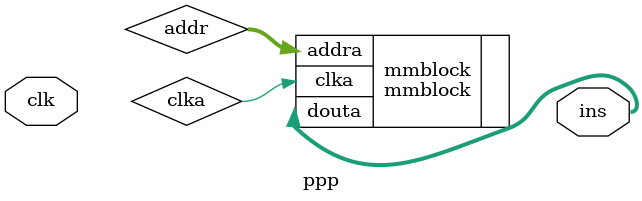
<source format=v>
`timescale 1ns / 1ps
module ppp(
    input clk,
    output [7:0] ins
    );
	 reg [4:0] addr;
mmblock mmblock (
  .clka(clka), // input clka
  .addra(addr), // input [2 : 0] addra
  .douta(ins) // output [7 : 0] douta
);

endmodule

</source>
